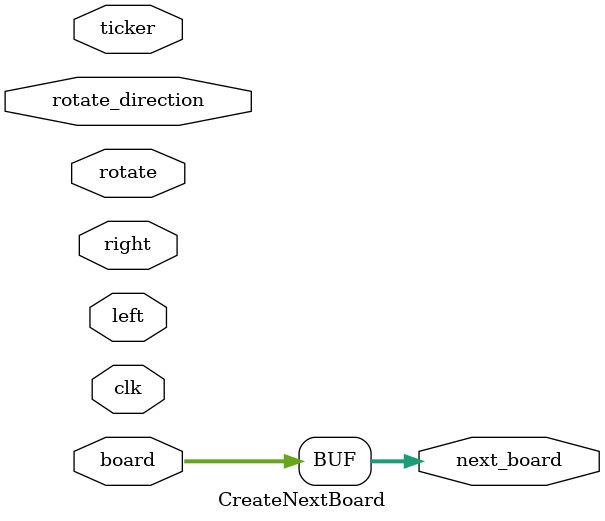
<source format=sv>
module CreateNextBoard(
    input logic clk,
    input logic ticker,
    input logic[199:0] board,
    input logic rotate,  // press to rotate piece
    input logic rotate_direction,  // 1 for cw, 0 for ccw
    input logic left, // move piece left
    input logic right, // move piece right

    output logic[199:0] next_board  // the next state of the board after applying movement/rotation
);
    // want to store all the changes we want to make in next_board that come from the user inputs
    always_comb begin  // don't use ticker here, might cause issues
        next_board = board;  // by default, no changes
        if (rotate & rotate_direction) begin
            // apply rotation logic to next_board
        end 
        if (rotate & !rotate_direction) begin
            // apply rotation logic to next_board
        end
        if (left) begin
            // apply left movement logic to next_board
        end
        if (right) begin
            // apply right movement logic to next_board
        end
    end



endmodule
</source>
